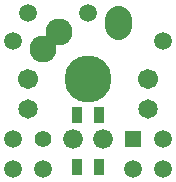
<source format=gbs>
G04 (created by PCBNEW (2013-jul-07)-stable) date Thu 27 Aug 2015 11:58:40 PM EDT*
%MOIN*%
G04 Gerber Fmt 3.4, Leading zero omitted, Abs format*
%FSLAX34Y34*%
G01*
G70*
G90*
G04 APERTURE LIST*
%ADD10C,0.00590551*%
%ADD11C,0.065*%
%ADD12C,0.0590551*%
%ADD13R,0.055X0.055*%
%ADD14C,0.055*%
%ADD15R,0.035X0.055*%
%ADD16C,0.066*%
%ADD17C,0.09*%
%ADD18C,0.09*%
%ADD19C,0.157*%
%ADD20C,0.067*%
G04 APERTURE END LIST*
G54D10*
G54D11*
X96000Y-44500D03*
X100000Y-44500D03*
G54D12*
X98000Y-41300D03*
X96000Y-41300D03*
X95500Y-45500D03*
X95500Y-42250D03*
X95500Y-46500D03*
X96500Y-46500D03*
X100500Y-42250D03*
X100500Y-45500D03*
G54D13*
X99500Y-45500D03*
G54D14*
X96500Y-45500D03*
G54D12*
X100500Y-46500D03*
X99500Y-46500D03*
G54D15*
X97625Y-46450D03*
X98375Y-46450D03*
X97625Y-44700D03*
X98375Y-44700D03*
G54D16*
X97500Y-45500D03*
X98500Y-45500D03*
G54D17*
X99000Y-41500D02*
X98984Y-41728D01*
G54D18*
X97015Y-41925D03*
X96500Y-42500D03*
G54D19*
X98000Y-43500D03*
G54D20*
X96000Y-43500D03*
X100000Y-43500D03*
M02*

</source>
